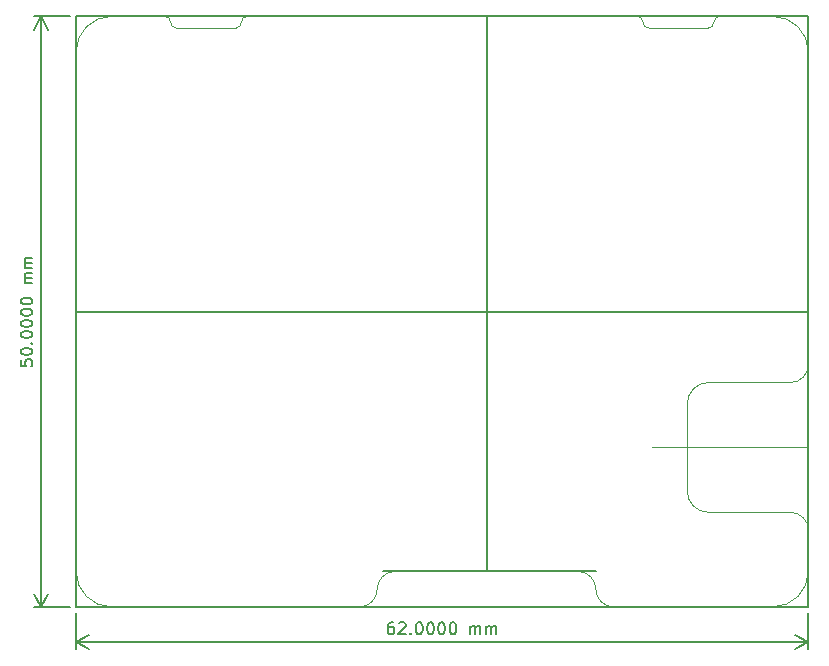
<source format=gbr>
%TF.GenerationSoftware,KiCad,Pcbnew,8.0.8+1*%
%TF.CreationDate,Date%
%TF.ProjectId,LoRa-V3-PCB,4c6f5261-2d56-4332-9d50-43422e6b6963,rev?*%
%TF.SameCoordinates,Original*%
%TF.FileFunction,Other,User*%
%FSLAX46Y46*%
G04 Gerber Fmt 4.6, Leading zero omitted, Abs format (unit mm)*
G04 Created by KiCad*
%MOMM*%
%LPD*%
G01*
G04 APERTURE LIST*
%TA.AperFunction,Profile*%
%ADD10C,0.050000*%
%TD*%
%TA.AperFunction,Profile*%
%ADD11C,0.100000*%
%TD*%
%ADD12C,0.150000*%
%ADD13C,0.100000*%
G04 APERTURE END LIST*
D10*
X162500000Y-73000000D02*
G75*
G02*
X162000000Y-72500000I0J500000D01*
G01*
D11*
X114000000Y-75000000D02*
X114000000Y-119000000D01*
X167550000Y-114000000D02*
X174500000Y-114000000D01*
D10*
X128500000Y-72000000D02*
X161500000Y-72000000D01*
D11*
X176000000Y-119000000D02*
G75*
G02*
X173000000Y-122000000I-3000000J0D01*
G01*
D10*
X161500000Y-72000000D02*
G75*
G02*
X162000000Y-72500000I0J-500000D01*
G01*
X122500000Y-73000000D02*
G75*
G02*
X122000000Y-72500000I0J500000D01*
G01*
X128000000Y-72500000D02*
G75*
G02*
X128500000Y-72000000I500000J0D01*
G01*
D11*
X176000000Y-115500000D02*
X176000000Y-119000000D01*
D10*
X167500000Y-73000000D02*
X162500000Y-73000000D01*
D11*
X165750000Y-104800000D02*
G75*
G02*
X167550000Y-103000000I1800000J0D01*
G01*
X139500000Y-120500000D02*
G75*
G02*
X138000000Y-122000000I-1500000J0D01*
G01*
X139500000Y-120500000D02*
G75*
G02*
X141000000Y-119000000I1500000J0D01*
G01*
D10*
X122500000Y-73000000D02*
X127500000Y-73000000D01*
X121500000Y-72000000D02*
G75*
G02*
X122000000Y-72500000I0J-500000D01*
G01*
D11*
X176000000Y-101500000D02*
G75*
G02*
X174500000Y-103000000I-1500000J0D01*
G01*
X117000000Y-122000000D02*
G75*
G02*
X114000000Y-119000000I0J3000000D01*
G01*
D10*
X128000000Y-72500000D02*
G75*
G02*
X127500000Y-73000000I-500000J0D01*
G01*
D11*
X156500000Y-119000000D02*
G75*
G02*
X158000000Y-120500000I0J-1500000D01*
G01*
X174500000Y-103000000D02*
X167550000Y-103000000D01*
X159500000Y-122000000D02*
X173000000Y-122000000D01*
X167550000Y-114000000D02*
G75*
G02*
X165750000Y-112200000I0J1800000D01*
G01*
X165750000Y-104800000D02*
X165750000Y-112200000D01*
X173000000Y-72000000D02*
G75*
G02*
X176000000Y-75000000I0J-3000000D01*
G01*
X156500000Y-119000000D02*
X141000000Y-119000000D01*
D10*
X117000000Y-72000000D02*
X121500000Y-72000000D01*
D11*
X176000000Y-75000000D02*
X176000000Y-101500000D01*
D10*
X168000000Y-72500000D02*
G75*
G02*
X167500000Y-73000000I-500000J0D01*
G01*
D11*
X114000000Y-75000000D02*
G75*
G02*
X117000000Y-72000000I3000000J0D01*
G01*
X174500000Y-114000000D02*
G75*
G02*
X176000000Y-115500000I0J-1500000D01*
G01*
X159500000Y-122000000D02*
G75*
G02*
X158000000Y-120500000I0J1500000D01*
G01*
D10*
X168500000Y-72000000D02*
X173000000Y-72000000D01*
X168000000Y-72500000D02*
G75*
G02*
X168500000Y-72000000I500000J0D01*
G01*
D11*
X117000000Y-122000000D02*
X138000000Y-122000000D01*
D12*
X114000000Y-72000000D02*
X176000000Y-72000000D01*
X176000000Y-122000000D01*
X114000000Y-122000000D01*
X114000000Y-72000000D01*
X148750000Y-119000000D02*
X148750000Y-72000000D01*
D13*
X176000000Y-108500000D02*
X162750000Y-108500000D01*
D12*
X140000000Y-119000000D02*
X158000000Y-119000000D01*
X176000000Y-97000000D02*
X114000000Y-97000000D01*
X140857143Y-123304819D02*
X140666667Y-123304819D01*
X140666667Y-123304819D02*
X140571429Y-123352438D01*
X140571429Y-123352438D02*
X140523810Y-123400057D01*
X140523810Y-123400057D02*
X140428572Y-123542914D01*
X140428572Y-123542914D02*
X140380953Y-123733390D01*
X140380953Y-123733390D02*
X140380953Y-124114342D01*
X140380953Y-124114342D02*
X140428572Y-124209580D01*
X140428572Y-124209580D02*
X140476191Y-124257200D01*
X140476191Y-124257200D02*
X140571429Y-124304819D01*
X140571429Y-124304819D02*
X140761905Y-124304819D01*
X140761905Y-124304819D02*
X140857143Y-124257200D01*
X140857143Y-124257200D02*
X140904762Y-124209580D01*
X140904762Y-124209580D02*
X140952381Y-124114342D01*
X140952381Y-124114342D02*
X140952381Y-123876247D01*
X140952381Y-123876247D02*
X140904762Y-123781009D01*
X140904762Y-123781009D02*
X140857143Y-123733390D01*
X140857143Y-123733390D02*
X140761905Y-123685771D01*
X140761905Y-123685771D02*
X140571429Y-123685771D01*
X140571429Y-123685771D02*
X140476191Y-123733390D01*
X140476191Y-123733390D02*
X140428572Y-123781009D01*
X140428572Y-123781009D02*
X140380953Y-123876247D01*
X141333334Y-123400057D02*
X141380953Y-123352438D01*
X141380953Y-123352438D02*
X141476191Y-123304819D01*
X141476191Y-123304819D02*
X141714286Y-123304819D01*
X141714286Y-123304819D02*
X141809524Y-123352438D01*
X141809524Y-123352438D02*
X141857143Y-123400057D01*
X141857143Y-123400057D02*
X141904762Y-123495295D01*
X141904762Y-123495295D02*
X141904762Y-123590533D01*
X141904762Y-123590533D02*
X141857143Y-123733390D01*
X141857143Y-123733390D02*
X141285715Y-124304819D01*
X141285715Y-124304819D02*
X141904762Y-124304819D01*
X142333334Y-124209580D02*
X142380953Y-124257200D01*
X142380953Y-124257200D02*
X142333334Y-124304819D01*
X142333334Y-124304819D02*
X142285715Y-124257200D01*
X142285715Y-124257200D02*
X142333334Y-124209580D01*
X142333334Y-124209580D02*
X142333334Y-124304819D01*
X143000000Y-123304819D02*
X143095238Y-123304819D01*
X143095238Y-123304819D02*
X143190476Y-123352438D01*
X143190476Y-123352438D02*
X143238095Y-123400057D01*
X143238095Y-123400057D02*
X143285714Y-123495295D01*
X143285714Y-123495295D02*
X143333333Y-123685771D01*
X143333333Y-123685771D02*
X143333333Y-123923866D01*
X143333333Y-123923866D02*
X143285714Y-124114342D01*
X143285714Y-124114342D02*
X143238095Y-124209580D01*
X143238095Y-124209580D02*
X143190476Y-124257200D01*
X143190476Y-124257200D02*
X143095238Y-124304819D01*
X143095238Y-124304819D02*
X143000000Y-124304819D01*
X143000000Y-124304819D02*
X142904762Y-124257200D01*
X142904762Y-124257200D02*
X142857143Y-124209580D01*
X142857143Y-124209580D02*
X142809524Y-124114342D01*
X142809524Y-124114342D02*
X142761905Y-123923866D01*
X142761905Y-123923866D02*
X142761905Y-123685771D01*
X142761905Y-123685771D02*
X142809524Y-123495295D01*
X142809524Y-123495295D02*
X142857143Y-123400057D01*
X142857143Y-123400057D02*
X142904762Y-123352438D01*
X142904762Y-123352438D02*
X143000000Y-123304819D01*
X143952381Y-123304819D02*
X144047619Y-123304819D01*
X144047619Y-123304819D02*
X144142857Y-123352438D01*
X144142857Y-123352438D02*
X144190476Y-123400057D01*
X144190476Y-123400057D02*
X144238095Y-123495295D01*
X144238095Y-123495295D02*
X144285714Y-123685771D01*
X144285714Y-123685771D02*
X144285714Y-123923866D01*
X144285714Y-123923866D02*
X144238095Y-124114342D01*
X144238095Y-124114342D02*
X144190476Y-124209580D01*
X144190476Y-124209580D02*
X144142857Y-124257200D01*
X144142857Y-124257200D02*
X144047619Y-124304819D01*
X144047619Y-124304819D02*
X143952381Y-124304819D01*
X143952381Y-124304819D02*
X143857143Y-124257200D01*
X143857143Y-124257200D02*
X143809524Y-124209580D01*
X143809524Y-124209580D02*
X143761905Y-124114342D01*
X143761905Y-124114342D02*
X143714286Y-123923866D01*
X143714286Y-123923866D02*
X143714286Y-123685771D01*
X143714286Y-123685771D02*
X143761905Y-123495295D01*
X143761905Y-123495295D02*
X143809524Y-123400057D01*
X143809524Y-123400057D02*
X143857143Y-123352438D01*
X143857143Y-123352438D02*
X143952381Y-123304819D01*
X144904762Y-123304819D02*
X145000000Y-123304819D01*
X145000000Y-123304819D02*
X145095238Y-123352438D01*
X145095238Y-123352438D02*
X145142857Y-123400057D01*
X145142857Y-123400057D02*
X145190476Y-123495295D01*
X145190476Y-123495295D02*
X145238095Y-123685771D01*
X145238095Y-123685771D02*
X145238095Y-123923866D01*
X145238095Y-123923866D02*
X145190476Y-124114342D01*
X145190476Y-124114342D02*
X145142857Y-124209580D01*
X145142857Y-124209580D02*
X145095238Y-124257200D01*
X145095238Y-124257200D02*
X145000000Y-124304819D01*
X145000000Y-124304819D02*
X144904762Y-124304819D01*
X144904762Y-124304819D02*
X144809524Y-124257200D01*
X144809524Y-124257200D02*
X144761905Y-124209580D01*
X144761905Y-124209580D02*
X144714286Y-124114342D01*
X144714286Y-124114342D02*
X144666667Y-123923866D01*
X144666667Y-123923866D02*
X144666667Y-123685771D01*
X144666667Y-123685771D02*
X144714286Y-123495295D01*
X144714286Y-123495295D02*
X144761905Y-123400057D01*
X144761905Y-123400057D02*
X144809524Y-123352438D01*
X144809524Y-123352438D02*
X144904762Y-123304819D01*
X145857143Y-123304819D02*
X145952381Y-123304819D01*
X145952381Y-123304819D02*
X146047619Y-123352438D01*
X146047619Y-123352438D02*
X146095238Y-123400057D01*
X146095238Y-123400057D02*
X146142857Y-123495295D01*
X146142857Y-123495295D02*
X146190476Y-123685771D01*
X146190476Y-123685771D02*
X146190476Y-123923866D01*
X146190476Y-123923866D02*
X146142857Y-124114342D01*
X146142857Y-124114342D02*
X146095238Y-124209580D01*
X146095238Y-124209580D02*
X146047619Y-124257200D01*
X146047619Y-124257200D02*
X145952381Y-124304819D01*
X145952381Y-124304819D02*
X145857143Y-124304819D01*
X145857143Y-124304819D02*
X145761905Y-124257200D01*
X145761905Y-124257200D02*
X145714286Y-124209580D01*
X145714286Y-124209580D02*
X145666667Y-124114342D01*
X145666667Y-124114342D02*
X145619048Y-123923866D01*
X145619048Y-123923866D02*
X145619048Y-123685771D01*
X145619048Y-123685771D02*
X145666667Y-123495295D01*
X145666667Y-123495295D02*
X145714286Y-123400057D01*
X145714286Y-123400057D02*
X145761905Y-123352438D01*
X145761905Y-123352438D02*
X145857143Y-123304819D01*
X147380953Y-124304819D02*
X147380953Y-123638152D01*
X147380953Y-123733390D02*
X147428572Y-123685771D01*
X147428572Y-123685771D02*
X147523810Y-123638152D01*
X147523810Y-123638152D02*
X147666667Y-123638152D01*
X147666667Y-123638152D02*
X147761905Y-123685771D01*
X147761905Y-123685771D02*
X147809524Y-123781009D01*
X147809524Y-123781009D02*
X147809524Y-124304819D01*
X147809524Y-123781009D02*
X147857143Y-123685771D01*
X147857143Y-123685771D02*
X147952381Y-123638152D01*
X147952381Y-123638152D02*
X148095238Y-123638152D01*
X148095238Y-123638152D02*
X148190477Y-123685771D01*
X148190477Y-123685771D02*
X148238096Y-123781009D01*
X148238096Y-123781009D02*
X148238096Y-124304819D01*
X148714286Y-124304819D02*
X148714286Y-123638152D01*
X148714286Y-123733390D02*
X148761905Y-123685771D01*
X148761905Y-123685771D02*
X148857143Y-123638152D01*
X148857143Y-123638152D02*
X149000000Y-123638152D01*
X149000000Y-123638152D02*
X149095238Y-123685771D01*
X149095238Y-123685771D02*
X149142857Y-123781009D01*
X149142857Y-123781009D02*
X149142857Y-124304819D01*
X149142857Y-123781009D02*
X149190476Y-123685771D01*
X149190476Y-123685771D02*
X149285714Y-123638152D01*
X149285714Y-123638152D02*
X149428571Y-123638152D01*
X149428571Y-123638152D02*
X149523810Y-123685771D01*
X149523810Y-123685771D02*
X149571429Y-123781009D01*
X149571429Y-123781009D02*
X149571429Y-124304819D01*
X176000000Y-122500000D02*
X176000000Y-125586420D01*
X114000000Y-122500000D02*
X114000000Y-125586420D01*
X176000000Y-125000000D02*
X114000000Y-125000000D01*
X176000000Y-125000000D02*
X114000000Y-125000000D01*
X176000000Y-125000000D02*
X174873496Y-125586421D01*
X176000000Y-125000000D02*
X174873496Y-124413579D01*
X114000000Y-125000000D02*
X115126504Y-124413579D01*
X114000000Y-125000000D02*
X115126504Y-125586421D01*
X109304819Y-101095237D02*
X109304819Y-101571427D01*
X109304819Y-101571427D02*
X109781009Y-101619046D01*
X109781009Y-101619046D02*
X109733390Y-101571427D01*
X109733390Y-101571427D02*
X109685771Y-101476189D01*
X109685771Y-101476189D02*
X109685771Y-101238094D01*
X109685771Y-101238094D02*
X109733390Y-101142856D01*
X109733390Y-101142856D02*
X109781009Y-101095237D01*
X109781009Y-101095237D02*
X109876247Y-101047618D01*
X109876247Y-101047618D02*
X110114342Y-101047618D01*
X110114342Y-101047618D02*
X110209580Y-101095237D01*
X110209580Y-101095237D02*
X110257200Y-101142856D01*
X110257200Y-101142856D02*
X110304819Y-101238094D01*
X110304819Y-101238094D02*
X110304819Y-101476189D01*
X110304819Y-101476189D02*
X110257200Y-101571427D01*
X110257200Y-101571427D02*
X110209580Y-101619046D01*
X109304819Y-100428570D02*
X109304819Y-100333332D01*
X109304819Y-100333332D02*
X109352438Y-100238094D01*
X109352438Y-100238094D02*
X109400057Y-100190475D01*
X109400057Y-100190475D02*
X109495295Y-100142856D01*
X109495295Y-100142856D02*
X109685771Y-100095237D01*
X109685771Y-100095237D02*
X109923866Y-100095237D01*
X109923866Y-100095237D02*
X110114342Y-100142856D01*
X110114342Y-100142856D02*
X110209580Y-100190475D01*
X110209580Y-100190475D02*
X110257200Y-100238094D01*
X110257200Y-100238094D02*
X110304819Y-100333332D01*
X110304819Y-100333332D02*
X110304819Y-100428570D01*
X110304819Y-100428570D02*
X110257200Y-100523808D01*
X110257200Y-100523808D02*
X110209580Y-100571427D01*
X110209580Y-100571427D02*
X110114342Y-100619046D01*
X110114342Y-100619046D02*
X109923866Y-100666665D01*
X109923866Y-100666665D02*
X109685771Y-100666665D01*
X109685771Y-100666665D02*
X109495295Y-100619046D01*
X109495295Y-100619046D02*
X109400057Y-100571427D01*
X109400057Y-100571427D02*
X109352438Y-100523808D01*
X109352438Y-100523808D02*
X109304819Y-100428570D01*
X110209580Y-99666665D02*
X110257200Y-99619046D01*
X110257200Y-99619046D02*
X110304819Y-99666665D01*
X110304819Y-99666665D02*
X110257200Y-99714284D01*
X110257200Y-99714284D02*
X110209580Y-99666665D01*
X110209580Y-99666665D02*
X110304819Y-99666665D01*
X109304819Y-98999999D02*
X109304819Y-98904761D01*
X109304819Y-98904761D02*
X109352438Y-98809523D01*
X109352438Y-98809523D02*
X109400057Y-98761904D01*
X109400057Y-98761904D02*
X109495295Y-98714285D01*
X109495295Y-98714285D02*
X109685771Y-98666666D01*
X109685771Y-98666666D02*
X109923866Y-98666666D01*
X109923866Y-98666666D02*
X110114342Y-98714285D01*
X110114342Y-98714285D02*
X110209580Y-98761904D01*
X110209580Y-98761904D02*
X110257200Y-98809523D01*
X110257200Y-98809523D02*
X110304819Y-98904761D01*
X110304819Y-98904761D02*
X110304819Y-98999999D01*
X110304819Y-98999999D02*
X110257200Y-99095237D01*
X110257200Y-99095237D02*
X110209580Y-99142856D01*
X110209580Y-99142856D02*
X110114342Y-99190475D01*
X110114342Y-99190475D02*
X109923866Y-99238094D01*
X109923866Y-99238094D02*
X109685771Y-99238094D01*
X109685771Y-99238094D02*
X109495295Y-99190475D01*
X109495295Y-99190475D02*
X109400057Y-99142856D01*
X109400057Y-99142856D02*
X109352438Y-99095237D01*
X109352438Y-99095237D02*
X109304819Y-98999999D01*
X109304819Y-98047618D02*
X109304819Y-97952380D01*
X109304819Y-97952380D02*
X109352438Y-97857142D01*
X109352438Y-97857142D02*
X109400057Y-97809523D01*
X109400057Y-97809523D02*
X109495295Y-97761904D01*
X109495295Y-97761904D02*
X109685771Y-97714285D01*
X109685771Y-97714285D02*
X109923866Y-97714285D01*
X109923866Y-97714285D02*
X110114342Y-97761904D01*
X110114342Y-97761904D02*
X110209580Y-97809523D01*
X110209580Y-97809523D02*
X110257200Y-97857142D01*
X110257200Y-97857142D02*
X110304819Y-97952380D01*
X110304819Y-97952380D02*
X110304819Y-98047618D01*
X110304819Y-98047618D02*
X110257200Y-98142856D01*
X110257200Y-98142856D02*
X110209580Y-98190475D01*
X110209580Y-98190475D02*
X110114342Y-98238094D01*
X110114342Y-98238094D02*
X109923866Y-98285713D01*
X109923866Y-98285713D02*
X109685771Y-98285713D01*
X109685771Y-98285713D02*
X109495295Y-98238094D01*
X109495295Y-98238094D02*
X109400057Y-98190475D01*
X109400057Y-98190475D02*
X109352438Y-98142856D01*
X109352438Y-98142856D02*
X109304819Y-98047618D01*
X109304819Y-97095237D02*
X109304819Y-96999999D01*
X109304819Y-96999999D02*
X109352438Y-96904761D01*
X109352438Y-96904761D02*
X109400057Y-96857142D01*
X109400057Y-96857142D02*
X109495295Y-96809523D01*
X109495295Y-96809523D02*
X109685771Y-96761904D01*
X109685771Y-96761904D02*
X109923866Y-96761904D01*
X109923866Y-96761904D02*
X110114342Y-96809523D01*
X110114342Y-96809523D02*
X110209580Y-96857142D01*
X110209580Y-96857142D02*
X110257200Y-96904761D01*
X110257200Y-96904761D02*
X110304819Y-96999999D01*
X110304819Y-96999999D02*
X110304819Y-97095237D01*
X110304819Y-97095237D02*
X110257200Y-97190475D01*
X110257200Y-97190475D02*
X110209580Y-97238094D01*
X110209580Y-97238094D02*
X110114342Y-97285713D01*
X110114342Y-97285713D02*
X109923866Y-97333332D01*
X109923866Y-97333332D02*
X109685771Y-97333332D01*
X109685771Y-97333332D02*
X109495295Y-97285713D01*
X109495295Y-97285713D02*
X109400057Y-97238094D01*
X109400057Y-97238094D02*
X109352438Y-97190475D01*
X109352438Y-97190475D02*
X109304819Y-97095237D01*
X109304819Y-96142856D02*
X109304819Y-96047618D01*
X109304819Y-96047618D02*
X109352438Y-95952380D01*
X109352438Y-95952380D02*
X109400057Y-95904761D01*
X109400057Y-95904761D02*
X109495295Y-95857142D01*
X109495295Y-95857142D02*
X109685771Y-95809523D01*
X109685771Y-95809523D02*
X109923866Y-95809523D01*
X109923866Y-95809523D02*
X110114342Y-95857142D01*
X110114342Y-95857142D02*
X110209580Y-95904761D01*
X110209580Y-95904761D02*
X110257200Y-95952380D01*
X110257200Y-95952380D02*
X110304819Y-96047618D01*
X110304819Y-96047618D02*
X110304819Y-96142856D01*
X110304819Y-96142856D02*
X110257200Y-96238094D01*
X110257200Y-96238094D02*
X110209580Y-96285713D01*
X110209580Y-96285713D02*
X110114342Y-96333332D01*
X110114342Y-96333332D02*
X109923866Y-96380951D01*
X109923866Y-96380951D02*
X109685771Y-96380951D01*
X109685771Y-96380951D02*
X109495295Y-96333332D01*
X109495295Y-96333332D02*
X109400057Y-96285713D01*
X109400057Y-96285713D02*
X109352438Y-96238094D01*
X109352438Y-96238094D02*
X109304819Y-96142856D01*
X110304819Y-94619046D02*
X109638152Y-94619046D01*
X109733390Y-94619046D02*
X109685771Y-94571427D01*
X109685771Y-94571427D02*
X109638152Y-94476189D01*
X109638152Y-94476189D02*
X109638152Y-94333332D01*
X109638152Y-94333332D02*
X109685771Y-94238094D01*
X109685771Y-94238094D02*
X109781009Y-94190475D01*
X109781009Y-94190475D02*
X110304819Y-94190475D01*
X109781009Y-94190475D02*
X109685771Y-94142856D01*
X109685771Y-94142856D02*
X109638152Y-94047618D01*
X109638152Y-94047618D02*
X109638152Y-93904761D01*
X109638152Y-93904761D02*
X109685771Y-93809522D01*
X109685771Y-93809522D02*
X109781009Y-93761903D01*
X109781009Y-93761903D02*
X110304819Y-93761903D01*
X110304819Y-93285713D02*
X109638152Y-93285713D01*
X109733390Y-93285713D02*
X109685771Y-93238094D01*
X109685771Y-93238094D02*
X109638152Y-93142856D01*
X109638152Y-93142856D02*
X109638152Y-92999999D01*
X109638152Y-92999999D02*
X109685771Y-92904761D01*
X109685771Y-92904761D02*
X109781009Y-92857142D01*
X109781009Y-92857142D02*
X110304819Y-92857142D01*
X109781009Y-92857142D02*
X109685771Y-92809523D01*
X109685771Y-92809523D02*
X109638152Y-92714285D01*
X109638152Y-92714285D02*
X109638152Y-92571428D01*
X109638152Y-92571428D02*
X109685771Y-92476189D01*
X109685771Y-92476189D02*
X109781009Y-92428570D01*
X109781009Y-92428570D02*
X110304819Y-92428570D01*
X113500000Y-122000000D02*
X110413580Y-122000000D01*
X113500000Y-72000000D02*
X110413580Y-72000000D01*
X111000000Y-122000000D02*
X111000000Y-72000000D01*
X111000000Y-122000000D02*
X111000000Y-72000000D01*
X111000000Y-122000000D02*
X110413579Y-120873496D01*
X111000000Y-122000000D02*
X111586421Y-120873496D01*
X111000000Y-72000000D02*
X111586421Y-73126504D01*
X111000000Y-72000000D02*
X110413579Y-73126504D01*
M02*

</source>
